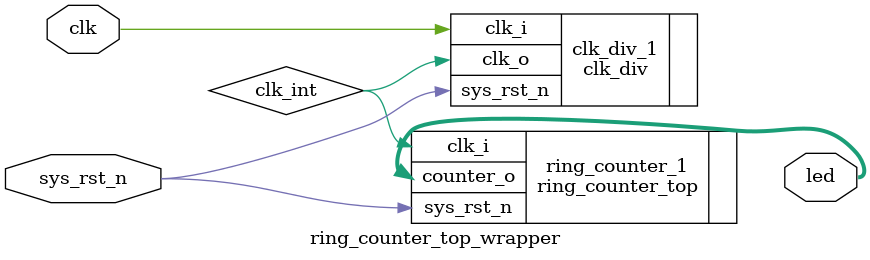
<source format=v>
module ring_counter_top_wrapper(
	input 	clk,
	input 	sys_rst_n,
	output 	[7:0] led
);

wire clk_int;

clk_div clk_div_1(
	.sys_rst_n(sys_rst_n),
	.clk_i(clk),
	.clk_o(clk_int)
);

ring_counter_top ring_counter_1(
	.clk_i(clk_int),
	.sys_rst_n(sys_rst_n),
	.counter_o(led)
);
endmodule

</source>
